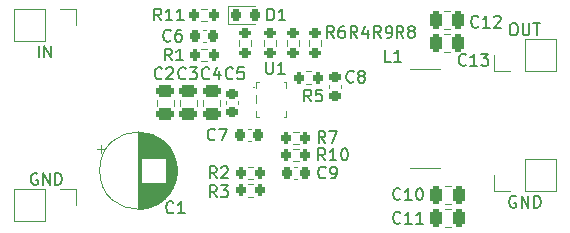
<source format=gto>
G04 #@! TF.GenerationSoftware,KiCad,Pcbnew,8.0.5*
G04 #@! TF.CreationDate,2024-10-13T03:13:11+02:00*
G04 #@! TF.ProjectId,DCDC_converter,44434443-5f63-46f6-9e76-65727465722e,rev?*
G04 #@! TF.SameCoordinates,Original*
G04 #@! TF.FileFunction,Legend,Top*
G04 #@! TF.FilePolarity,Positive*
%FSLAX46Y46*%
G04 Gerber Fmt 4.6, Leading zero omitted, Abs format (unit mm)*
G04 Created by KiCad (PCBNEW 8.0.5) date 2024-10-13 03:13:11*
%MOMM*%
%LPD*%
G01*
G04 APERTURE LIST*
G04 Aperture macros list*
%AMRoundRect*
0 Rectangle with rounded corners*
0 $1 Rounding radius*
0 $2 $3 $4 $5 $6 $7 $8 $9 X,Y pos of 4 corners*
0 Add a 4 corners polygon primitive as box body*
4,1,4,$2,$3,$4,$5,$6,$7,$8,$9,$2,$3,0*
0 Add four circle primitives for the rounded corners*
1,1,$1+$1,$2,$3*
1,1,$1+$1,$4,$5*
1,1,$1+$1,$6,$7*
1,1,$1+$1,$8,$9*
0 Add four rect primitives between the rounded corners*
20,1,$1+$1,$2,$3,$4,$5,0*
20,1,$1+$1,$4,$5,$6,$7,0*
20,1,$1+$1,$6,$7,$8,$9,0*
20,1,$1+$1,$8,$9,$2,$3,0*%
G04 Aperture macros list end*
%ADD10C,0.150000*%
%ADD11C,0.120000*%
%ADD12C,0.100000*%
%ADD13C,0.049999*%
%ADD14RoundRect,0.250000X0.250000X0.475000X-0.250000X0.475000X-0.250000X-0.475000X0.250000X-0.475000X0*%
%ADD15RoundRect,0.200000X-0.200000X-0.275000X0.200000X-0.275000X0.200000X0.275000X-0.200000X0.275000X0*%
%ADD16RoundRect,0.250000X-0.475000X0.250000X-0.475000X-0.250000X0.475000X-0.250000X0.475000X0.250000X0*%
%ADD17RoundRect,0.200000X-0.275000X0.200000X-0.275000X-0.200000X0.275000X-0.200000X0.275000X0.200000X0*%
%ADD18RoundRect,0.200000X0.275000X-0.200000X0.275000X0.200000X-0.275000X0.200000X-0.275000X-0.200000X0*%
%ADD19RoundRect,0.225000X0.225000X0.250000X-0.225000X0.250000X-0.225000X-0.250000X0.225000X-0.250000X0*%
%ADD20R,1.700000X1.700000*%
%ADD21O,1.700000X1.700000*%
%ADD22R,2.600000X8.200000*%
%ADD23RoundRect,0.200000X0.200000X0.275000X-0.200000X0.275000X-0.200000X-0.275000X0.200000X-0.275000X0*%
%ADD24R,1.600000X1.600000*%
%ADD25C,1.600000*%
%ADD26RoundRect,0.218750X-0.218750X-0.256250X0.218750X-0.256250X0.218750X0.256250X-0.218750X0.256250X0*%
%ADD27RoundRect,0.225000X0.250000X-0.225000X0.250000X0.225000X-0.250000X0.225000X-0.250000X-0.225000X0*%
%ADD28RoundRect,0.225000X-0.250000X0.225000X-0.250000X-0.225000X0.250000X-0.225000X0.250000X0.225000X0*%
%ADD29R,1.500000X0.300000*%
%ADD30R,0.250000X0.700000*%
%ADD31R,0.700000X0.300000*%
G04 APERTURE END LIST*
D10*
X90307142Y-55459580D02*
X90259523Y-55507200D01*
X90259523Y-55507200D02*
X90116666Y-55554819D01*
X90116666Y-55554819D02*
X90021428Y-55554819D01*
X90021428Y-55554819D02*
X89878571Y-55507200D01*
X89878571Y-55507200D02*
X89783333Y-55411961D01*
X89783333Y-55411961D02*
X89735714Y-55316723D01*
X89735714Y-55316723D02*
X89688095Y-55126247D01*
X89688095Y-55126247D02*
X89688095Y-54983390D01*
X89688095Y-54983390D02*
X89735714Y-54792914D01*
X89735714Y-54792914D02*
X89783333Y-54697676D01*
X89783333Y-54697676D02*
X89878571Y-54602438D01*
X89878571Y-54602438D02*
X90021428Y-54554819D01*
X90021428Y-54554819D02*
X90116666Y-54554819D01*
X90116666Y-54554819D02*
X90259523Y-54602438D01*
X90259523Y-54602438D02*
X90307142Y-54650057D01*
X91259523Y-55554819D02*
X90688095Y-55554819D01*
X90973809Y-55554819D02*
X90973809Y-54554819D01*
X90973809Y-54554819D02*
X90878571Y-54697676D01*
X90878571Y-54697676D02*
X90783333Y-54792914D01*
X90783333Y-54792914D02*
X90688095Y-54840533D01*
X91592857Y-54554819D02*
X92211904Y-54554819D01*
X92211904Y-54554819D02*
X91878571Y-54935771D01*
X91878571Y-54935771D02*
X92021428Y-54935771D01*
X92021428Y-54935771D02*
X92116666Y-54983390D01*
X92116666Y-54983390D02*
X92164285Y-55031009D01*
X92164285Y-55031009D02*
X92211904Y-55126247D01*
X92211904Y-55126247D02*
X92211904Y-55364342D01*
X92211904Y-55364342D02*
X92164285Y-55459580D01*
X92164285Y-55459580D02*
X92116666Y-55507200D01*
X92116666Y-55507200D02*
X92021428Y-55554819D01*
X92021428Y-55554819D02*
X91735714Y-55554819D01*
X91735714Y-55554819D02*
X91640476Y-55507200D01*
X91640476Y-55507200D02*
X91592857Y-55459580D01*
X64494642Y-51729819D02*
X64161309Y-51253628D01*
X63923214Y-51729819D02*
X63923214Y-50729819D01*
X63923214Y-50729819D02*
X64304166Y-50729819D01*
X64304166Y-50729819D02*
X64399404Y-50777438D01*
X64399404Y-50777438D02*
X64447023Y-50825057D01*
X64447023Y-50825057D02*
X64494642Y-50920295D01*
X64494642Y-50920295D02*
X64494642Y-51063152D01*
X64494642Y-51063152D02*
X64447023Y-51158390D01*
X64447023Y-51158390D02*
X64399404Y-51206009D01*
X64399404Y-51206009D02*
X64304166Y-51253628D01*
X64304166Y-51253628D02*
X63923214Y-51253628D01*
X65447023Y-51729819D02*
X64875595Y-51729819D01*
X65161309Y-51729819D02*
X65161309Y-50729819D01*
X65161309Y-50729819D02*
X65066071Y-50872676D01*
X65066071Y-50872676D02*
X64970833Y-50967914D01*
X64970833Y-50967914D02*
X64875595Y-51015533D01*
X66399404Y-51729819D02*
X65827976Y-51729819D01*
X66113690Y-51729819D02*
X66113690Y-50729819D01*
X66113690Y-50729819D02*
X66018452Y-50872676D01*
X66018452Y-50872676D02*
X65923214Y-50967914D01*
X65923214Y-50967914D02*
X65827976Y-51015533D01*
X68570833Y-56609580D02*
X68523214Y-56657200D01*
X68523214Y-56657200D02*
X68380357Y-56704819D01*
X68380357Y-56704819D02*
X68285119Y-56704819D01*
X68285119Y-56704819D02*
X68142262Y-56657200D01*
X68142262Y-56657200D02*
X68047024Y-56561961D01*
X68047024Y-56561961D02*
X67999405Y-56466723D01*
X67999405Y-56466723D02*
X67951786Y-56276247D01*
X67951786Y-56276247D02*
X67951786Y-56133390D01*
X67951786Y-56133390D02*
X67999405Y-55942914D01*
X67999405Y-55942914D02*
X68047024Y-55847676D01*
X68047024Y-55847676D02*
X68142262Y-55752438D01*
X68142262Y-55752438D02*
X68285119Y-55704819D01*
X68285119Y-55704819D02*
X68380357Y-55704819D01*
X68380357Y-55704819D02*
X68523214Y-55752438D01*
X68523214Y-55752438D02*
X68570833Y-55800057D01*
X69427976Y-56038152D02*
X69427976Y-56704819D01*
X69189881Y-55657200D02*
X68951786Y-56371485D01*
X68951786Y-56371485D02*
X69570833Y-56371485D01*
X84762142Y-68839580D02*
X84714523Y-68887200D01*
X84714523Y-68887200D02*
X84571666Y-68934819D01*
X84571666Y-68934819D02*
X84476428Y-68934819D01*
X84476428Y-68934819D02*
X84333571Y-68887200D01*
X84333571Y-68887200D02*
X84238333Y-68791961D01*
X84238333Y-68791961D02*
X84190714Y-68696723D01*
X84190714Y-68696723D02*
X84143095Y-68506247D01*
X84143095Y-68506247D02*
X84143095Y-68363390D01*
X84143095Y-68363390D02*
X84190714Y-68172914D01*
X84190714Y-68172914D02*
X84238333Y-68077676D01*
X84238333Y-68077676D02*
X84333571Y-67982438D01*
X84333571Y-67982438D02*
X84476428Y-67934819D01*
X84476428Y-67934819D02*
X84571666Y-67934819D01*
X84571666Y-67934819D02*
X84714523Y-67982438D01*
X84714523Y-67982438D02*
X84762142Y-68030057D01*
X85714523Y-68934819D02*
X85143095Y-68934819D01*
X85428809Y-68934819D02*
X85428809Y-67934819D01*
X85428809Y-67934819D02*
X85333571Y-68077676D01*
X85333571Y-68077676D02*
X85238333Y-68172914D01*
X85238333Y-68172914D02*
X85143095Y-68220533D01*
X86666904Y-68934819D02*
X86095476Y-68934819D01*
X86381190Y-68934819D02*
X86381190Y-67934819D01*
X86381190Y-67934819D02*
X86285952Y-68077676D01*
X86285952Y-68077676D02*
X86190714Y-68172914D01*
X86190714Y-68172914D02*
X86095476Y-68220533D01*
X85020833Y-53204819D02*
X84687500Y-52728628D01*
X84449405Y-53204819D02*
X84449405Y-52204819D01*
X84449405Y-52204819D02*
X84830357Y-52204819D01*
X84830357Y-52204819D02*
X84925595Y-52252438D01*
X84925595Y-52252438D02*
X84973214Y-52300057D01*
X84973214Y-52300057D02*
X85020833Y-52395295D01*
X85020833Y-52395295D02*
X85020833Y-52538152D01*
X85020833Y-52538152D02*
X84973214Y-52633390D01*
X84973214Y-52633390D02*
X84925595Y-52681009D01*
X84925595Y-52681009D02*
X84830357Y-52728628D01*
X84830357Y-52728628D02*
X84449405Y-52728628D01*
X85592262Y-52633390D02*
X85497024Y-52585771D01*
X85497024Y-52585771D02*
X85449405Y-52538152D01*
X85449405Y-52538152D02*
X85401786Y-52442914D01*
X85401786Y-52442914D02*
X85401786Y-52395295D01*
X85401786Y-52395295D02*
X85449405Y-52300057D01*
X85449405Y-52300057D02*
X85497024Y-52252438D01*
X85497024Y-52252438D02*
X85592262Y-52204819D01*
X85592262Y-52204819D02*
X85782738Y-52204819D01*
X85782738Y-52204819D02*
X85877976Y-52252438D01*
X85877976Y-52252438D02*
X85925595Y-52300057D01*
X85925595Y-52300057D02*
X85973214Y-52395295D01*
X85973214Y-52395295D02*
X85973214Y-52442914D01*
X85973214Y-52442914D02*
X85925595Y-52538152D01*
X85925595Y-52538152D02*
X85877976Y-52585771D01*
X85877976Y-52585771D02*
X85782738Y-52633390D01*
X85782738Y-52633390D02*
X85592262Y-52633390D01*
X85592262Y-52633390D02*
X85497024Y-52681009D01*
X85497024Y-52681009D02*
X85449405Y-52728628D01*
X85449405Y-52728628D02*
X85401786Y-52823866D01*
X85401786Y-52823866D02*
X85401786Y-53014342D01*
X85401786Y-53014342D02*
X85449405Y-53109580D01*
X85449405Y-53109580D02*
X85497024Y-53157200D01*
X85497024Y-53157200D02*
X85592262Y-53204819D01*
X85592262Y-53204819D02*
X85782738Y-53204819D01*
X85782738Y-53204819D02*
X85877976Y-53157200D01*
X85877976Y-53157200D02*
X85925595Y-53109580D01*
X85925595Y-53109580D02*
X85973214Y-53014342D01*
X85973214Y-53014342D02*
X85973214Y-52823866D01*
X85973214Y-52823866D02*
X85925595Y-52728628D01*
X85925595Y-52728628D02*
X85877976Y-52681009D01*
X85877976Y-52681009D02*
X85782738Y-52633390D01*
X81120833Y-53204819D02*
X80787500Y-52728628D01*
X80549405Y-53204819D02*
X80549405Y-52204819D01*
X80549405Y-52204819D02*
X80930357Y-52204819D01*
X80930357Y-52204819D02*
X81025595Y-52252438D01*
X81025595Y-52252438D02*
X81073214Y-52300057D01*
X81073214Y-52300057D02*
X81120833Y-52395295D01*
X81120833Y-52395295D02*
X81120833Y-52538152D01*
X81120833Y-52538152D02*
X81073214Y-52633390D01*
X81073214Y-52633390D02*
X81025595Y-52681009D01*
X81025595Y-52681009D02*
X80930357Y-52728628D01*
X80930357Y-52728628D02*
X80549405Y-52728628D01*
X81977976Y-52538152D02*
X81977976Y-53204819D01*
X81739881Y-52157200D02*
X81501786Y-52871485D01*
X81501786Y-52871485D02*
X82120833Y-52871485D01*
X65305833Y-53419580D02*
X65258214Y-53467200D01*
X65258214Y-53467200D02*
X65115357Y-53514819D01*
X65115357Y-53514819D02*
X65020119Y-53514819D01*
X65020119Y-53514819D02*
X64877262Y-53467200D01*
X64877262Y-53467200D02*
X64782024Y-53371961D01*
X64782024Y-53371961D02*
X64734405Y-53276723D01*
X64734405Y-53276723D02*
X64686786Y-53086247D01*
X64686786Y-53086247D02*
X64686786Y-52943390D01*
X64686786Y-52943390D02*
X64734405Y-52752914D01*
X64734405Y-52752914D02*
X64782024Y-52657676D01*
X64782024Y-52657676D02*
X64877262Y-52562438D01*
X64877262Y-52562438D02*
X65020119Y-52514819D01*
X65020119Y-52514819D02*
X65115357Y-52514819D01*
X65115357Y-52514819D02*
X65258214Y-52562438D01*
X65258214Y-52562438D02*
X65305833Y-52610057D01*
X66162976Y-52514819D02*
X65972500Y-52514819D01*
X65972500Y-52514819D02*
X65877262Y-52562438D01*
X65877262Y-52562438D02*
X65829643Y-52610057D01*
X65829643Y-52610057D02*
X65734405Y-52752914D01*
X65734405Y-52752914D02*
X65686786Y-52943390D01*
X65686786Y-52943390D02*
X65686786Y-53324342D01*
X65686786Y-53324342D02*
X65734405Y-53419580D01*
X65734405Y-53419580D02*
X65782024Y-53467200D01*
X65782024Y-53467200D02*
X65877262Y-53514819D01*
X65877262Y-53514819D02*
X66067738Y-53514819D01*
X66067738Y-53514819D02*
X66162976Y-53467200D01*
X66162976Y-53467200D02*
X66210595Y-53419580D01*
X66210595Y-53419580D02*
X66258214Y-53324342D01*
X66258214Y-53324342D02*
X66258214Y-53086247D01*
X66258214Y-53086247D02*
X66210595Y-52991009D01*
X66210595Y-52991009D02*
X66162976Y-52943390D01*
X66162976Y-52943390D02*
X66067738Y-52895771D01*
X66067738Y-52895771D02*
X65877262Y-52895771D01*
X65877262Y-52895771D02*
X65782024Y-52943390D01*
X65782024Y-52943390D02*
X65734405Y-52991009D01*
X65734405Y-52991009D02*
X65686786Y-53086247D01*
X69205833Y-65089819D02*
X68872500Y-64613628D01*
X68634405Y-65089819D02*
X68634405Y-64089819D01*
X68634405Y-64089819D02*
X69015357Y-64089819D01*
X69015357Y-64089819D02*
X69110595Y-64137438D01*
X69110595Y-64137438D02*
X69158214Y-64185057D01*
X69158214Y-64185057D02*
X69205833Y-64280295D01*
X69205833Y-64280295D02*
X69205833Y-64423152D01*
X69205833Y-64423152D02*
X69158214Y-64518390D01*
X69158214Y-64518390D02*
X69110595Y-64566009D01*
X69110595Y-64566009D02*
X69015357Y-64613628D01*
X69015357Y-64613628D02*
X68634405Y-64613628D01*
X69586786Y-64185057D02*
X69634405Y-64137438D01*
X69634405Y-64137438D02*
X69729643Y-64089819D01*
X69729643Y-64089819D02*
X69967738Y-64089819D01*
X69967738Y-64089819D02*
X70062976Y-64137438D01*
X70062976Y-64137438D02*
X70110595Y-64185057D01*
X70110595Y-64185057D02*
X70158214Y-64280295D01*
X70158214Y-64280295D02*
X70158214Y-64375533D01*
X70158214Y-64375533D02*
X70110595Y-64518390D01*
X70110595Y-64518390D02*
X69539167Y-65089819D01*
X69539167Y-65089819D02*
X70158214Y-65089819D01*
X65405833Y-55114819D02*
X65072500Y-54638628D01*
X64834405Y-55114819D02*
X64834405Y-54114819D01*
X64834405Y-54114819D02*
X65215357Y-54114819D01*
X65215357Y-54114819D02*
X65310595Y-54162438D01*
X65310595Y-54162438D02*
X65358214Y-54210057D01*
X65358214Y-54210057D02*
X65405833Y-54305295D01*
X65405833Y-54305295D02*
X65405833Y-54448152D01*
X65405833Y-54448152D02*
X65358214Y-54543390D01*
X65358214Y-54543390D02*
X65310595Y-54591009D01*
X65310595Y-54591009D02*
X65215357Y-54638628D01*
X65215357Y-54638628D02*
X64834405Y-54638628D01*
X66358214Y-55114819D02*
X65786786Y-55114819D01*
X66072500Y-55114819D02*
X66072500Y-54114819D01*
X66072500Y-54114819D02*
X65977262Y-54257676D01*
X65977262Y-54257676D02*
X65882024Y-54352914D01*
X65882024Y-54352914D02*
X65786786Y-54400533D01*
X94538095Y-66627438D02*
X94442857Y-66579819D01*
X94442857Y-66579819D02*
X94300000Y-66579819D01*
X94300000Y-66579819D02*
X94157143Y-66627438D01*
X94157143Y-66627438D02*
X94061905Y-66722676D01*
X94061905Y-66722676D02*
X94014286Y-66817914D01*
X94014286Y-66817914D02*
X93966667Y-67008390D01*
X93966667Y-67008390D02*
X93966667Y-67151247D01*
X93966667Y-67151247D02*
X94014286Y-67341723D01*
X94014286Y-67341723D02*
X94061905Y-67436961D01*
X94061905Y-67436961D02*
X94157143Y-67532200D01*
X94157143Y-67532200D02*
X94300000Y-67579819D01*
X94300000Y-67579819D02*
X94395238Y-67579819D01*
X94395238Y-67579819D02*
X94538095Y-67532200D01*
X94538095Y-67532200D02*
X94585714Y-67484580D01*
X94585714Y-67484580D02*
X94585714Y-67151247D01*
X94585714Y-67151247D02*
X94395238Y-67151247D01*
X95014286Y-67579819D02*
X95014286Y-66579819D01*
X95014286Y-66579819D02*
X95585714Y-67579819D01*
X95585714Y-67579819D02*
X95585714Y-66579819D01*
X96061905Y-67579819D02*
X96061905Y-66579819D01*
X96061905Y-66579819D02*
X96300000Y-66579819D01*
X96300000Y-66579819D02*
X96442857Y-66627438D01*
X96442857Y-66627438D02*
X96538095Y-66722676D01*
X96538095Y-66722676D02*
X96585714Y-66817914D01*
X96585714Y-66817914D02*
X96633333Y-67008390D01*
X96633333Y-67008390D02*
X96633333Y-67151247D01*
X96633333Y-67151247D02*
X96585714Y-67341723D01*
X96585714Y-67341723D02*
X96538095Y-67436961D01*
X96538095Y-67436961D02*
X96442857Y-67532200D01*
X96442857Y-67532200D02*
X96300000Y-67579819D01*
X96300000Y-67579819D02*
X96061905Y-67579819D01*
X94250000Y-51979819D02*
X94440476Y-51979819D01*
X94440476Y-51979819D02*
X94535714Y-52027438D01*
X94535714Y-52027438D02*
X94630952Y-52122676D01*
X94630952Y-52122676D02*
X94678571Y-52313152D01*
X94678571Y-52313152D02*
X94678571Y-52646485D01*
X94678571Y-52646485D02*
X94630952Y-52836961D01*
X94630952Y-52836961D02*
X94535714Y-52932200D01*
X94535714Y-52932200D02*
X94440476Y-52979819D01*
X94440476Y-52979819D02*
X94250000Y-52979819D01*
X94250000Y-52979819D02*
X94154762Y-52932200D01*
X94154762Y-52932200D02*
X94059524Y-52836961D01*
X94059524Y-52836961D02*
X94011905Y-52646485D01*
X94011905Y-52646485D02*
X94011905Y-52313152D01*
X94011905Y-52313152D02*
X94059524Y-52122676D01*
X94059524Y-52122676D02*
X94154762Y-52027438D01*
X94154762Y-52027438D02*
X94250000Y-51979819D01*
X95107143Y-51979819D02*
X95107143Y-52789342D01*
X95107143Y-52789342D02*
X95154762Y-52884580D01*
X95154762Y-52884580D02*
X95202381Y-52932200D01*
X95202381Y-52932200D02*
X95297619Y-52979819D01*
X95297619Y-52979819D02*
X95488095Y-52979819D01*
X95488095Y-52979819D02*
X95583333Y-52932200D01*
X95583333Y-52932200D02*
X95630952Y-52884580D01*
X95630952Y-52884580D02*
X95678571Y-52789342D01*
X95678571Y-52789342D02*
X95678571Y-51979819D01*
X96011905Y-51979819D02*
X96583333Y-51979819D01*
X96297619Y-52979819D02*
X96297619Y-51979819D01*
X83970833Y-55204819D02*
X83494643Y-55204819D01*
X83494643Y-55204819D02*
X83494643Y-54204819D01*
X84827976Y-55204819D02*
X84256548Y-55204819D01*
X84542262Y-55204819D02*
X84542262Y-54204819D01*
X84542262Y-54204819D02*
X84447024Y-54347676D01*
X84447024Y-54347676D02*
X84351786Y-54442914D01*
X84351786Y-54442914D02*
X84256548Y-54490533D01*
X78394642Y-63569819D02*
X78061309Y-63093628D01*
X77823214Y-63569819D02*
X77823214Y-62569819D01*
X77823214Y-62569819D02*
X78204166Y-62569819D01*
X78204166Y-62569819D02*
X78299404Y-62617438D01*
X78299404Y-62617438D02*
X78347023Y-62665057D01*
X78347023Y-62665057D02*
X78394642Y-62760295D01*
X78394642Y-62760295D02*
X78394642Y-62903152D01*
X78394642Y-62903152D02*
X78347023Y-62998390D01*
X78347023Y-62998390D02*
X78299404Y-63046009D01*
X78299404Y-63046009D02*
X78204166Y-63093628D01*
X78204166Y-63093628D02*
X77823214Y-63093628D01*
X79347023Y-63569819D02*
X78775595Y-63569819D01*
X79061309Y-63569819D02*
X79061309Y-62569819D01*
X79061309Y-62569819D02*
X78966071Y-62712676D01*
X78966071Y-62712676D02*
X78870833Y-62807914D01*
X78870833Y-62807914D02*
X78775595Y-62855533D01*
X79966071Y-62569819D02*
X80061309Y-62569819D01*
X80061309Y-62569819D02*
X80156547Y-62617438D01*
X80156547Y-62617438D02*
X80204166Y-62665057D01*
X80204166Y-62665057D02*
X80251785Y-62760295D01*
X80251785Y-62760295D02*
X80299404Y-62950771D01*
X80299404Y-62950771D02*
X80299404Y-63188866D01*
X80299404Y-63188866D02*
X80251785Y-63379342D01*
X80251785Y-63379342D02*
X80204166Y-63474580D01*
X80204166Y-63474580D02*
X80156547Y-63522200D01*
X80156547Y-63522200D02*
X80061309Y-63569819D01*
X80061309Y-63569819D02*
X79966071Y-63569819D01*
X79966071Y-63569819D02*
X79870833Y-63522200D01*
X79870833Y-63522200D02*
X79823214Y-63474580D01*
X79823214Y-63474580D02*
X79775595Y-63379342D01*
X79775595Y-63379342D02*
X79727976Y-63188866D01*
X79727976Y-63188866D02*
X79727976Y-62950771D01*
X79727976Y-62950771D02*
X79775595Y-62760295D01*
X79775595Y-62760295D02*
X79823214Y-62665057D01*
X79823214Y-62665057D02*
X79870833Y-62617438D01*
X79870833Y-62617438D02*
X79966071Y-62569819D01*
X65533333Y-67959580D02*
X65485714Y-68007200D01*
X65485714Y-68007200D02*
X65342857Y-68054819D01*
X65342857Y-68054819D02*
X65247619Y-68054819D01*
X65247619Y-68054819D02*
X65104762Y-68007200D01*
X65104762Y-68007200D02*
X65009524Y-67911961D01*
X65009524Y-67911961D02*
X64961905Y-67816723D01*
X64961905Y-67816723D02*
X64914286Y-67626247D01*
X64914286Y-67626247D02*
X64914286Y-67483390D01*
X64914286Y-67483390D02*
X64961905Y-67292914D01*
X64961905Y-67292914D02*
X65009524Y-67197676D01*
X65009524Y-67197676D02*
X65104762Y-67102438D01*
X65104762Y-67102438D02*
X65247619Y-67054819D01*
X65247619Y-67054819D02*
X65342857Y-67054819D01*
X65342857Y-67054819D02*
X65485714Y-67102438D01*
X65485714Y-67102438D02*
X65533333Y-67150057D01*
X66485714Y-68054819D02*
X65914286Y-68054819D01*
X66200000Y-68054819D02*
X66200000Y-67054819D01*
X66200000Y-67054819D02*
X66104762Y-67197676D01*
X66104762Y-67197676D02*
X66009524Y-67292914D01*
X66009524Y-67292914D02*
X65914286Y-67340533D01*
X73499405Y-51729819D02*
X73499405Y-50729819D01*
X73499405Y-50729819D02*
X73737500Y-50729819D01*
X73737500Y-50729819D02*
X73880357Y-50777438D01*
X73880357Y-50777438D02*
X73975595Y-50872676D01*
X73975595Y-50872676D02*
X74023214Y-50967914D01*
X74023214Y-50967914D02*
X74070833Y-51158390D01*
X74070833Y-51158390D02*
X74070833Y-51301247D01*
X74070833Y-51301247D02*
X74023214Y-51491723D01*
X74023214Y-51491723D02*
X73975595Y-51586961D01*
X73975595Y-51586961D02*
X73880357Y-51682200D01*
X73880357Y-51682200D02*
X73737500Y-51729819D01*
X73737500Y-51729819D02*
X73499405Y-51729819D01*
X75023214Y-51729819D02*
X74451786Y-51729819D01*
X74737500Y-51729819D02*
X74737500Y-50729819D01*
X74737500Y-50729819D02*
X74642262Y-50872676D01*
X74642262Y-50872676D02*
X74547024Y-50967914D01*
X74547024Y-50967914D02*
X74451786Y-51015533D01*
X80805833Y-56894580D02*
X80758214Y-56942200D01*
X80758214Y-56942200D02*
X80615357Y-56989819D01*
X80615357Y-56989819D02*
X80520119Y-56989819D01*
X80520119Y-56989819D02*
X80377262Y-56942200D01*
X80377262Y-56942200D02*
X80282024Y-56846961D01*
X80282024Y-56846961D02*
X80234405Y-56751723D01*
X80234405Y-56751723D02*
X80186786Y-56561247D01*
X80186786Y-56561247D02*
X80186786Y-56418390D01*
X80186786Y-56418390D02*
X80234405Y-56227914D01*
X80234405Y-56227914D02*
X80282024Y-56132676D01*
X80282024Y-56132676D02*
X80377262Y-56037438D01*
X80377262Y-56037438D02*
X80520119Y-55989819D01*
X80520119Y-55989819D02*
X80615357Y-55989819D01*
X80615357Y-55989819D02*
X80758214Y-56037438D01*
X80758214Y-56037438D02*
X80805833Y-56085057D01*
X81377262Y-56418390D02*
X81282024Y-56370771D01*
X81282024Y-56370771D02*
X81234405Y-56323152D01*
X81234405Y-56323152D02*
X81186786Y-56227914D01*
X81186786Y-56227914D02*
X81186786Y-56180295D01*
X81186786Y-56180295D02*
X81234405Y-56085057D01*
X81234405Y-56085057D02*
X81282024Y-56037438D01*
X81282024Y-56037438D02*
X81377262Y-55989819D01*
X81377262Y-55989819D02*
X81567738Y-55989819D01*
X81567738Y-55989819D02*
X81662976Y-56037438D01*
X81662976Y-56037438D02*
X81710595Y-56085057D01*
X81710595Y-56085057D02*
X81758214Y-56180295D01*
X81758214Y-56180295D02*
X81758214Y-56227914D01*
X81758214Y-56227914D02*
X81710595Y-56323152D01*
X81710595Y-56323152D02*
X81662976Y-56370771D01*
X81662976Y-56370771D02*
X81567738Y-56418390D01*
X81567738Y-56418390D02*
X81377262Y-56418390D01*
X81377262Y-56418390D02*
X81282024Y-56466009D01*
X81282024Y-56466009D02*
X81234405Y-56513628D01*
X81234405Y-56513628D02*
X81186786Y-56608866D01*
X81186786Y-56608866D02*
X81186786Y-56799342D01*
X81186786Y-56799342D02*
X81234405Y-56894580D01*
X81234405Y-56894580D02*
X81282024Y-56942200D01*
X81282024Y-56942200D02*
X81377262Y-56989819D01*
X81377262Y-56989819D02*
X81567738Y-56989819D01*
X81567738Y-56989819D02*
X81662976Y-56942200D01*
X81662976Y-56942200D02*
X81710595Y-56894580D01*
X81710595Y-56894580D02*
X81758214Y-56799342D01*
X81758214Y-56799342D02*
X81758214Y-56608866D01*
X81758214Y-56608866D02*
X81710595Y-56513628D01*
X81710595Y-56513628D02*
X81662976Y-56466009D01*
X81662976Y-56466009D02*
X81567738Y-56418390D01*
X54013095Y-64702438D02*
X53917857Y-64654819D01*
X53917857Y-64654819D02*
X53775000Y-64654819D01*
X53775000Y-64654819D02*
X53632143Y-64702438D01*
X53632143Y-64702438D02*
X53536905Y-64797676D01*
X53536905Y-64797676D02*
X53489286Y-64892914D01*
X53489286Y-64892914D02*
X53441667Y-65083390D01*
X53441667Y-65083390D02*
X53441667Y-65226247D01*
X53441667Y-65226247D02*
X53489286Y-65416723D01*
X53489286Y-65416723D02*
X53536905Y-65511961D01*
X53536905Y-65511961D02*
X53632143Y-65607200D01*
X53632143Y-65607200D02*
X53775000Y-65654819D01*
X53775000Y-65654819D02*
X53870238Y-65654819D01*
X53870238Y-65654819D02*
X54013095Y-65607200D01*
X54013095Y-65607200D02*
X54060714Y-65559580D01*
X54060714Y-65559580D02*
X54060714Y-65226247D01*
X54060714Y-65226247D02*
X53870238Y-65226247D01*
X54489286Y-65654819D02*
X54489286Y-64654819D01*
X54489286Y-64654819D02*
X55060714Y-65654819D01*
X55060714Y-65654819D02*
X55060714Y-64654819D01*
X55536905Y-65654819D02*
X55536905Y-64654819D01*
X55536905Y-64654819D02*
X55775000Y-64654819D01*
X55775000Y-64654819D02*
X55917857Y-64702438D01*
X55917857Y-64702438D02*
X56013095Y-64797676D01*
X56013095Y-64797676D02*
X56060714Y-64892914D01*
X56060714Y-64892914D02*
X56108333Y-65083390D01*
X56108333Y-65083390D02*
X56108333Y-65226247D01*
X56108333Y-65226247D02*
X56060714Y-65416723D01*
X56060714Y-65416723D02*
X56013095Y-65511961D01*
X56013095Y-65511961D02*
X55917857Y-65607200D01*
X55917857Y-65607200D02*
X55775000Y-65654819D01*
X55775000Y-65654819D02*
X55536905Y-65654819D01*
X69205833Y-66689819D02*
X68872500Y-66213628D01*
X68634405Y-66689819D02*
X68634405Y-65689819D01*
X68634405Y-65689819D02*
X69015357Y-65689819D01*
X69015357Y-65689819D02*
X69110595Y-65737438D01*
X69110595Y-65737438D02*
X69158214Y-65785057D01*
X69158214Y-65785057D02*
X69205833Y-65880295D01*
X69205833Y-65880295D02*
X69205833Y-66023152D01*
X69205833Y-66023152D02*
X69158214Y-66118390D01*
X69158214Y-66118390D02*
X69110595Y-66166009D01*
X69110595Y-66166009D02*
X69015357Y-66213628D01*
X69015357Y-66213628D02*
X68634405Y-66213628D01*
X69539167Y-65689819D02*
X70158214Y-65689819D01*
X70158214Y-65689819D02*
X69824881Y-66070771D01*
X69824881Y-66070771D02*
X69967738Y-66070771D01*
X69967738Y-66070771D02*
X70062976Y-66118390D01*
X70062976Y-66118390D02*
X70110595Y-66166009D01*
X70110595Y-66166009D02*
X70158214Y-66261247D01*
X70158214Y-66261247D02*
X70158214Y-66499342D01*
X70158214Y-66499342D02*
X70110595Y-66594580D01*
X70110595Y-66594580D02*
X70062976Y-66642200D01*
X70062976Y-66642200D02*
X69967738Y-66689819D01*
X69967738Y-66689819D02*
X69682024Y-66689819D01*
X69682024Y-66689819D02*
X69586786Y-66642200D01*
X69586786Y-66642200D02*
X69539167Y-66594580D01*
X78405833Y-62089819D02*
X78072500Y-61613628D01*
X77834405Y-62089819D02*
X77834405Y-61089819D01*
X77834405Y-61089819D02*
X78215357Y-61089819D01*
X78215357Y-61089819D02*
X78310595Y-61137438D01*
X78310595Y-61137438D02*
X78358214Y-61185057D01*
X78358214Y-61185057D02*
X78405833Y-61280295D01*
X78405833Y-61280295D02*
X78405833Y-61423152D01*
X78405833Y-61423152D02*
X78358214Y-61518390D01*
X78358214Y-61518390D02*
X78310595Y-61566009D01*
X78310595Y-61566009D02*
X78215357Y-61613628D01*
X78215357Y-61613628D02*
X77834405Y-61613628D01*
X78739167Y-61089819D02*
X79405833Y-61089819D01*
X79405833Y-61089819D02*
X78977262Y-62089819D01*
X79120833Y-53204819D02*
X78787500Y-52728628D01*
X78549405Y-53204819D02*
X78549405Y-52204819D01*
X78549405Y-52204819D02*
X78930357Y-52204819D01*
X78930357Y-52204819D02*
X79025595Y-52252438D01*
X79025595Y-52252438D02*
X79073214Y-52300057D01*
X79073214Y-52300057D02*
X79120833Y-52395295D01*
X79120833Y-52395295D02*
X79120833Y-52538152D01*
X79120833Y-52538152D02*
X79073214Y-52633390D01*
X79073214Y-52633390D02*
X79025595Y-52681009D01*
X79025595Y-52681009D02*
X78930357Y-52728628D01*
X78930357Y-52728628D02*
X78549405Y-52728628D01*
X79977976Y-52204819D02*
X79787500Y-52204819D01*
X79787500Y-52204819D02*
X79692262Y-52252438D01*
X79692262Y-52252438D02*
X79644643Y-52300057D01*
X79644643Y-52300057D02*
X79549405Y-52442914D01*
X79549405Y-52442914D02*
X79501786Y-52633390D01*
X79501786Y-52633390D02*
X79501786Y-53014342D01*
X79501786Y-53014342D02*
X79549405Y-53109580D01*
X79549405Y-53109580D02*
X79597024Y-53157200D01*
X79597024Y-53157200D02*
X79692262Y-53204819D01*
X79692262Y-53204819D02*
X79882738Y-53204819D01*
X79882738Y-53204819D02*
X79977976Y-53157200D01*
X79977976Y-53157200D02*
X80025595Y-53109580D01*
X80025595Y-53109580D02*
X80073214Y-53014342D01*
X80073214Y-53014342D02*
X80073214Y-52776247D01*
X80073214Y-52776247D02*
X80025595Y-52681009D01*
X80025595Y-52681009D02*
X79977976Y-52633390D01*
X79977976Y-52633390D02*
X79882738Y-52585771D01*
X79882738Y-52585771D02*
X79692262Y-52585771D01*
X79692262Y-52585771D02*
X79597024Y-52633390D01*
X79597024Y-52633390D02*
X79549405Y-52681009D01*
X79549405Y-52681009D02*
X79501786Y-52776247D01*
X78420833Y-65009580D02*
X78373214Y-65057200D01*
X78373214Y-65057200D02*
X78230357Y-65104819D01*
X78230357Y-65104819D02*
X78135119Y-65104819D01*
X78135119Y-65104819D02*
X77992262Y-65057200D01*
X77992262Y-65057200D02*
X77897024Y-64961961D01*
X77897024Y-64961961D02*
X77849405Y-64866723D01*
X77849405Y-64866723D02*
X77801786Y-64676247D01*
X77801786Y-64676247D02*
X77801786Y-64533390D01*
X77801786Y-64533390D02*
X77849405Y-64342914D01*
X77849405Y-64342914D02*
X77897024Y-64247676D01*
X77897024Y-64247676D02*
X77992262Y-64152438D01*
X77992262Y-64152438D02*
X78135119Y-64104819D01*
X78135119Y-64104819D02*
X78230357Y-64104819D01*
X78230357Y-64104819D02*
X78373214Y-64152438D01*
X78373214Y-64152438D02*
X78420833Y-64200057D01*
X78897024Y-65104819D02*
X79087500Y-65104819D01*
X79087500Y-65104819D02*
X79182738Y-65057200D01*
X79182738Y-65057200D02*
X79230357Y-65009580D01*
X79230357Y-65009580D02*
X79325595Y-64866723D01*
X79325595Y-64866723D02*
X79373214Y-64676247D01*
X79373214Y-64676247D02*
X79373214Y-64295295D01*
X79373214Y-64295295D02*
X79325595Y-64200057D01*
X79325595Y-64200057D02*
X79277976Y-64152438D01*
X79277976Y-64152438D02*
X79182738Y-64104819D01*
X79182738Y-64104819D02*
X78992262Y-64104819D01*
X78992262Y-64104819D02*
X78897024Y-64152438D01*
X78897024Y-64152438D02*
X78849405Y-64200057D01*
X78849405Y-64200057D02*
X78801786Y-64295295D01*
X78801786Y-64295295D02*
X78801786Y-64533390D01*
X78801786Y-64533390D02*
X78849405Y-64628628D01*
X78849405Y-64628628D02*
X78897024Y-64676247D01*
X78897024Y-64676247D02*
X78992262Y-64723866D01*
X78992262Y-64723866D02*
X79182738Y-64723866D01*
X79182738Y-64723866D02*
X79277976Y-64676247D01*
X79277976Y-64676247D02*
X79325595Y-64628628D01*
X79325595Y-64628628D02*
X79373214Y-64533390D01*
X66570833Y-56609580D02*
X66523214Y-56657200D01*
X66523214Y-56657200D02*
X66380357Y-56704819D01*
X66380357Y-56704819D02*
X66285119Y-56704819D01*
X66285119Y-56704819D02*
X66142262Y-56657200D01*
X66142262Y-56657200D02*
X66047024Y-56561961D01*
X66047024Y-56561961D02*
X65999405Y-56466723D01*
X65999405Y-56466723D02*
X65951786Y-56276247D01*
X65951786Y-56276247D02*
X65951786Y-56133390D01*
X65951786Y-56133390D02*
X65999405Y-55942914D01*
X65999405Y-55942914D02*
X66047024Y-55847676D01*
X66047024Y-55847676D02*
X66142262Y-55752438D01*
X66142262Y-55752438D02*
X66285119Y-55704819D01*
X66285119Y-55704819D02*
X66380357Y-55704819D01*
X66380357Y-55704819D02*
X66523214Y-55752438D01*
X66523214Y-55752438D02*
X66570833Y-55800057D01*
X66904167Y-55704819D02*
X67523214Y-55704819D01*
X67523214Y-55704819D02*
X67189881Y-56085771D01*
X67189881Y-56085771D02*
X67332738Y-56085771D01*
X67332738Y-56085771D02*
X67427976Y-56133390D01*
X67427976Y-56133390D02*
X67475595Y-56181009D01*
X67475595Y-56181009D02*
X67523214Y-56276247D01*
X67523214Y-56276247D02*
X67523214Y-56514342D01*
X67523214Y-56514342D02*
X67475595Y-56609580D01*
X67475595Y-56609580D02*
X67427976Y-56657200D01*
X67427976Y-56657200D02*
X67332738Y-56704819D01*
X67332738Y-56704819D02*
X67047024Y-56704819D01*
X67047024Y-56704819D02*
X66951786Y-56657200D01*
X66951786Y-56657200D02*
X66904167Y-56609580D01*
X54126191Y-54854819D02*
X54126191Y-53854819D01*
X54602381Y-54854819D02*
X54602381Y-53854819D01*
X54602381Y-53854819D02*
X55173809Y-54854819D01*
X55173809Y-54854819D02*
X55173809Y-53854819D01*
X84762142Y-66839580D02*
X84714523Y-66887200D01*
X84714523Y-66887200D02*
X84571666Y-66934819D01*
X84571666Y-66934819D02*
X84476428Y-66934819D01*
X84476428Y-66934819D02*
X84333571Y-66887200D01*
X84333571Y-66887200D02*
X84238333Y-66791961D01*
X84238333Y-66791961D02*
X84190714Y-66696723D01*
X84190714Y-66696723D02*
X84143095Y-66506247D01*
X84143095Y-66506247D02*
X84143095Y-66363390D01*
X84143095Y-66363390D02*
X84190714Y-66172914D01*
X84190714Y-66172914D02*
X84238333Y-66077676D01*
X84238333Y-66077676D02*
X84333571Y-65982438D01*
X84333571Y-65982438D02*
X84476428Y-65934819D01*
X84476428Y-65934819D02*
X84571666Y-65934819D01*
X84571666Y-65934819D02*
X84714523Y-65982438D01*
X84714523Y-65982438D02*
X84762142Y-66030057D01*
X85714523Y-66934819D02*
X85143095Y-66934819D01*
X85428809Y-66934819D02*
X85428809Y-65934819D01*
X85428809Y-65934819D02*
X85333571Y-66077676D01*
X85333571Y-66077676D02*
X85238333Y-66172914D01*
X85238333Y-66172914D02*
X85143095Y-66220533D01*
X86333571Y-65934819D02*
X86428809Y-65934819D01*
X86428809Y-65934819D02*
X86524047Y-65982438D01*
X86524047Y-65982438D02*
X86571666Y-66030057D01*
X86571666Y-66030057D02*
X86619285Y-66125295D01*
X86619285Y-66125295D02*
X86666904Y-66315771D01*
X86666904Y-66315771D02*
X86666904Y-66553866D01*
X86666904Y-66553866D02*
X86619285Y-66744342D01*
X86619285Y-66744342D02*
X86571666Y-66839580D01*
X86571666Y-66839580D02*
X86524047Y-66887200D01*
X86524047Y-66887200D02*
X86428809Y-66934819D01*
X86428809Y-66934819D02*
X86333571Y-66934819D01*
X86333571Y-66934819D02*
X86238333Y-66887200D01*
X86238333Y-66887200D02*
X86190714Y-66839580D01*
X86190714Y-66839580D02*
X86143095Y-66744342D01*
X86143095Y-66744342D02*
X86095476Y-66553866D01*
X86095476Y-66553866D02*
X86095476Y-66315771D01*
X86095476Y-66315771D02*
X86143095Y-66125295D01*
X86143095Y-66125295D02*
X86190714Y-66030057D01*
X86190714Y-66030057D02*
X86238333Y-65982438D01*
X86238333Y-65982438D02*
X86333571Y-65934819D01*
X91357142Y-52234580D02*
X91309523Y-52282200D01*
X91309523Y-52282200D02*
X91166666Y-52329819D01*
X91166666Y-52329819D02*
X91071428Y-52329819D01*
X91071428Y-52329819D02*
X90928571Y-52282200D01*
X90928571Y-52282200D02*
X90833333Y-52186961D01*
X90833333Y-52186961D02*
X90785714Y-52091723D01*
X90785714Y-52091723D02*
X90738095Y-51901247D01*
X90738095Y-51901247D02*
X90738095Y-51758390D01*
X90738095Y-51758390D02*
X90785714Y-51567914D01*
X90785714Y-51567914D02*
X90833333Y-51472676D01*
X90833333Y-51472676D02*
X90928571Y-51377438D01*
X90928571Y-51377438D02*
X91071428Y-51329819D01*
X91071428Y-51329819D02*
X91166666Y-51329819D01*
X91166666Y-51329819D02*
X91309523Y-51377438D01*
X91309523Y-51377438D02*
X91357142Y-51425057D01*
X92309523Y-52329819D02*
X91738095Y-52329819D01*
X92023809Y-52329819D02*
X92023809Y-51329819D01*
X92023809Y-51329819D02*
X91928571Y-51472676D01*
X91928571Y-51472676D02*
X91833333Y-51567914D01*
X91833333Y-51567914D02*
X91738095Y-51615533D01*
X92690476Y-51425057D02*
X92738095Y-51377438D01*
X92738095Y-51377438D02*
X92833333Y-51329819D01*
X92833333Y-51329819D02*
X93071428Y-51329819D01*
X93071428Y-51329819D02*
X93166666Y-51377438D01*
X93166666Y-51377438D02*
X93214285Y-51425057D01*
X93214285Y-51425057D02*
X93261904Y-51520295D01*
X93261904Y-51520295D02*
X93261904Y-51615533D01*
X93261904Y-51615533D02*
X93214285Y-51758390D01*
X93214285Y-51758390D02*
X92642857Y-52329819D01*
X92642857Y-52329819D02*
X93261904Y-52329819D01*
X70570833Y-56609580D02*
X70523214Y-56657200D01*
X70523214Y-56657200D02*
X70380357Y-56704819D01*
X70380357Y-56704819D02*
X70285119Y-56704819D01*
X70285119Y-56704819D02*
X70142262Y-56657200D01*
X70142262Y-56657200D02*
X70047024Y-56561961D01*
X70047024Y-56561961D02*
X69999405Y-56466723D01*
X69999405Y-56466723D02*
X69951786Y-56276247D01*
X69951786Y-56276247D02*
X69951786Y-56133390D01*
X69951786Y-56133390D02*
X69999405Y-55942914D01*
X69999405Y-55942914D02*
X70047024Y-55847676D01*
X70047024Y-55847676D02*
X70142262Y-55752438D01*
X70142262Y-55752438D02*
X70285119Y-55704819D01*
X70285119Y-55704819D02*
X70380357Y-55704819D01*
X70380357Y-55704819D02*
X70523214Y-55752438D01*
X70523214Y-55752438D02*
X70570833Y-55800057D01*
X71475595Y-55704819D02*
X70999405Y-55704819D01*
X70999405Y-55704819D02*
X70951786Y-56181009D01*
X70951786Y-56181009D02*
X70999405Y-56133390D01*
X70999405Y-56133390D02*
X71094643Y-56085771D01*
X71094643Y-56085771D02*
X71332738Y-56085771D01*
X71332738Y-56085771D02*
X71427976Y-56133390D01*
X71427976Y-56133390D02*
X71475595Y-56181009D01*
X71475595Y-56181009D02*
X71523214Y-56276247D01*
X71523214Y-56276247D02*
X71523214Y-56514342D01*
X71523214Y-56514342D02*
X71475595Y-56609580D01*
X71475595Y-56609580D02*
X71427976Y-56657200D01*
X71427976Y-56657200D02*
X71332738Y-56704819D01*
X71332738Y-56704819D02*
X71094643Y-56704819D01*
X71094643Y-56704819D02*
X70999405Y-56657200D01*
X70999405Y-56657200D02*
X70951786Y-56609580D01*
X64570833Y-56609580D02*
X64523214Y-56657200D01*
X64523214Y-56657200D02*
X64380357Y-56704819D01*
X64380357Y-56704819D02*
X64285119Y-56704819D01*
X64285119Y-56704819D02*
X64142262Y-56657200D01*
X64142262Y-56657200D02*
X64047024Y-56561961D01*
X64047024Y-56561961D02*
X63999405Y-56466723D01*
X63999405Y-56466723D02*
X63951786Y-56276247D01*
X63951786Y-56276247D02*
X63951786Y-56133390D01*
X63951786Y-56133390D02*
X63999405Y-55942914D01*
X63999405Y-55942914D02*
X64047024Y-55847676D01*
X64047024Y-55847676D02*
X64142262Y-55752438D01*
X64142262Y-55752438D02*
X64285119Y-55704819D01*
X64285119Y-55704819D02*
X64380357Y-55704819D01*
X64380357Y-55704819D02*
X64523214Y-55752438D01*
X64523214Y-55752438D02*
X64570833Y-55800057D01*
X64951786Y-55800057D02*
X64999405Y-55752438D01*
X64999405Y-55752438D02*
X65094643Y-55704819D01*
X65094643Y-55704819D02*
X65332738Y-55704819D01*
X65332738Y-55704819D02*
X65427976Y-55752438D01*
X65427976Y-55752438D02*
X65475595Y-55800057D01*
X65475595Y-55800057D02*
X65523214Y-55895295D01*
X65523214Y-55895295D02*
X65523214Y-55990533D01*
X65523214Y-55990533D02*
X65475595Y-56133390D01*
X65475595Y-56133390D02*
X64904167Y-56704819D01*
X64904167Y-56704819D02*
X65523214Y-56704819D01*
X77205833Y-58589819D02*
X76872500Y-58113628D01*
X76634405Y-58589819D02*
X76634405Y-57589819D01*
X76634405Y-57589819D02*
X77015357Y-57589819D01*
X77015357Y-57589819D02*
X77110595Y-57637438D01*
X77110595Y-57637438D02*
X77158214Y-57685057D01*
X77158214Y-57685057D02*
X77205833Y-57780295D01*
X77205833Y-57780295D02*
X77205833Y-57923152D01*
X77205833Y-57923152D02*
X77158214Y-58018390D01*
X77158214Y-58018390D02*
X77110595Y-58066009D01*
X77110595Y-58066009D02*
X77015357Y-58113628D01*
X77015357Y-58113628D02*
X76634405Y-58113628D01*
X78110595Y-57589819D02*
X77634405Y-57589819D01*
X77634405Y-57589819D02*
X77586786Y-58066009D01*
X77586786Y-58066009D02*
X77634405Y-58018390D01*
X77634405Y-58018390D02*
X77729643Y-57970771D01*
X77729643Y-57970771D02*
X77967738Y-57970771D01*
X77967738Y-57970771D02*
X78062976Y-58018390D01*
X78062976Y-58018390D02*
X78110595Y-58066009D01*
X78110595Y-58066009D02*
X78158214Y-58161247D01*
X78158214Y-58161247D02*
X78158214Y-58399342D01*
X78158214Y-58399342D02*
X78110595Y-58494580D01*
X78110595Y-58494580D02*
X78062976Y-58542200D01*
X78062976Y-58542200D02*
X77967738Y-58589819D01*
X77967738Y-58589819D02*
X77729643Y-58589819D01*
X77729643Y-58589819D02*
X77634405Y-58542200D01*
X77634405Y-58542200D02*
X77586786Y-58494580D01*
X73388095Y-55254819D02*
X73388095Y-56064342D01*
X73388095Y-56064342D02*
X73435714Y-56159580D01*
X73435714Y-56159580D02*
X73483333Y-56207200D01*
X73483333Y-56207200D02*
X73578571Y-56254819D01*
X73578571Y-56254819D02*
X73769047Y-56254819D01*
X73769047Y-56254819D02*
X73864285Y-56207200D01*
X73864285Y-56207200D02*
X73911904Y-56159580D01*
X73911904Y-56159580D02*
X73959523Y-56064342D01*
X73959523Y-56064342D02*
X73959523Y-55254819D01*
X74959523Y-56254819D02*
X74388095Y-56254819D01*
X74673809Y-56254819D02*
X74673809Y-55254819D01*
X74673809Y-55254819D02*
X74578571Y-55397676D01*
X74578571Y-55397676D02*
X74483333Y-55492914D01*
X74483333Y-55492914D02*
X74388095Y-55540533D01*
X69065833Y-61794580D02*
X69018214Y-61842200D01*
X69018214Y-61842200D02*
X68875357Y-61889819D01*
X68875357Y-61889819D02*
X68780119Y-61889819D01*
X68780119Y-61889819D02*
X68637262Y-61842200D01*
X68637262Y-61842200D02*
X68542024Y-61746961D01*
X68542024Y-61746961D02*
X68494405Y-61651723D01*
X68494405Y-61651723D02*
X68446786Y-61461247D01*
X68446786Y-61461247D02*
X68446786Y-61318390D01*
X68446786Y-61318390D02*
X68494405Y-61127914D01*
X68494405Y-61127914D02*
X68542024Y-61032676D01*
X68542024Y-61032676D02*
X68637262Y-60937438D01*
X68637262Y-60937438D02*
X68780119Y-60889819D01*
X68780119Y-60889819D02*
X68875357Y-60889819D01*
X68875357Y-60889819D02*
X69018214Y-60937438D01*
X69018214Y-60937438D02*
X69065833Y-60985057D01*
X69399167Y-60889819D02*
X70065833Y-60889819D01*
X70065833Y-60889819D02*
X69637262Y-61889819D01*
X83120833Y-53204819D02*
X82787500Y-52728628D01*
X82549405Y-53204819D02*
X82549405Y-52204819D01*
X82549405Y-52204819D02*
X82930357Y-52204819D01*
X82930357Y-52204819D02*
X83025595Y-52252438D01*
X83025595Y-52252438D02*
X83073214Y-52300057D01*
X83073214Y-52300057D02*
X83120833Y-52395295D01*
X83120833Y-52395295D02*
X83120833Y-52538152D01*
X83120833Y-52538152D02*
X83073214Y-52633390D01*
X83073214Y-52633390D02*
X83025595Y-52681009D01*
X83025595Y-52681009D02*
X82930357Y-52728628D01*
X82930357Y-52728628D02*
X82549405Y-52728628D01*
X83597024Y-53204819D02*
X83787500Y-53204819D01*
X83787500Y-53204819D02*
X83882738Y-53157200D01*
X83882738Y-53157200D02*
X83930357Y-53109580D01*
X83930357Y-53109580D02*
X84025595Y-52966723D01*
X84025595Y-52966723D02*
X84073214Y-52776247D01*
X84073214Y-52776247D02*
X84073214Y-52395295D01*
X84073214Y-52395295D02*
X84025595Y-52300057D01*
X84025595Y-52300057D02*
X83977976Y-52252438D01*
X83977976Y-52252438D02*
X83882738Y-52204819D01*
X83882738Y-52204819D02*
X83692262Y-52204819D01*
X83692262Y-52204819D02*
X83597024Y-52252438D01*
X83597024Y-52252438D02*
X83549405Y-52300057D01*
X83549405Y-52300057D02*
X83501786Y-52395295D01*
X83501786Y-52395295D02*
X83501786Y-52633390D01*
X83501786Y-52633390D02*
X83549405Y-52728628D01*
X83549405Y-52728628D02*
X83597024Y-52776247D01*
X83597024Y-52776247D02*
X83692262Y-52823866D01*
X83692262Y-52823866D02*
X83882738Y-52823866D01*
X83882738Y-52823866D02*
X83977976Y-52776247D01*
X83977976Y-52776247D02*
X84025595Y-52728628D01*
X84025595Y-52728628D02*
X84073214Y-52633390D01*
D11*
X88966252Y-52905000D02*
X88443746Y-52905000D01*
X88966252Y-54375000D02*
X88443746Y-54375000D01*
X67900242Y-50752500D02*
X68374758Y-50752500D01*
X67900242Y-51797500D02*
X68374758Y-51797500D01*
X68037500Y-58423746D02*
X68037500Y-58946252D01*
X69507500Y-58423746D02*
X69507500Y-58946252D01*
X89016252Y-67725000D02*
X88493746Y-67725000D01*
X89016252Y-69195000D02*
X88493746Y-69195000D01*
X77015000Y-53407742D02*
X77015000Y-53882258D01*
X78060000Y-53407742D02*
X78060000Y-53882258D01*
X73210000Y-53887258D02*
X73210000Y-53412742D01*
X74255000Y-53887258D02*
X74255000Y-53412742D01*
X68288081Y-52540000D02*
X68006919Y-52540000D01*
X68288081Y-53560000D02*
X68006919Y-53560000D01*
X71830242Y-64132500D02*
X72304758Y-64132500D01*
X71830242Y-65177500D02*
X72304758Y-65177500D01*
X67915242Y-54137500D02*
X68389758Y-54137500D01*
X67915242Y-55182500D02*
X68389758Y-55182500D01*
X92707500Y-66160000D02*
X92707500Y-64830000D01*
X94037500Y-66160000D02*
X92707500Y-66160000D01*
X95307501Y-63500000D02*
X97907500Y-63500000D01*
X95307501Y-66160000D02*
X95307501Y-63500000D01*
X95307501Y-66160000D02*
X97907500Y-66160000D01*
X97907500Y-66160000D02*
X97907500Y-63500000D01*
X92707500Y-56000000D02*
X92707500Y-54670000D01*
X94037500Y-56000000D02*
X92707500Y-56000000D01*
X95307501Y-53340000D02*
X97907500Y-53340000D01*
X95307501Y-56000000D02*
X95307501Y-53340000D01*
X95307501Y-56000000D02*
X97907500Y-56000000D01*
X97907500Y-56000000D02*
X97907500Y-53340000D01*
X85587500Y-64200000D02*
X88087500Y-64200000D01*
X88087500Y-55800000D02*
X85587500Y-55800000D01*
X76134758Y-62602500D02*
X75660242Y-62602500D01*
X76134758Y-63647500D02*
X75660242Y-63647500D01*
X59067259Y-62601000D02*
X59697259Y-62601000D01*
X59382259Y-62286000D02*
X59382259Y-62916000D01*
X62567500Y-61210000D02*
X62567500Y-67670000D01*
X62607500Y-61210000D02*
X62607500Y-67670000D01*
X62647500Y-61210000D02*
X62647500Y-67670000D01*
X62687500Y-61212000D02*
X62687500Y-67668000D01*
X62727500Y-61213000D02*
X62727500Y-67667000D01*
X62767500Y-61216000D02*
X62767500Y-67664000D01*
X62807500Y-61218000D02*
X62807500Y-63400000D01*
X62807500Y-65480000D02*
X62807500Y-67662000D01*
X62847500Y-61222000D02*
X62847500Y-63400000D01*
X62847500Y-65480000D02*
X62847500Y-67658000D01*
X62887500Y-61225000D02*
X62887500Y-63400000D01*
X62887500Y-65480000D02*
X62887500Y-67655000D01*
X62927500Y-61229000D02*
X62927500Y-63400000D01*
X62927500Y-65480000D02*
X62927500Y-67651000D01*
X62967500Y-61234000D02*
X62967500Y-63400000D01*
X62967500Y-65480000D02*
X62967500Y-67646000D01*
X63007500Y-61239000D02*
X63007500Y-63400000D01*
X63007500Y-65480000D02*
X63007500Y-67641000D01*
X63047500Y-61245000D02*
X63047500Y-63400000D01*
X63047500Y-65480000D02*
X63047500Y-67635000D01*
X63087500Y-61251000D02*
X63087500Y-63400000D01*
X63087500Y-65480000D02*
X63087500Y-67629000D01*
X63127500Y-61258000D02*
X63127500Y-63400000D01*
X63127500Y-65480000D02*
X63127500Y-67622000D01*
X63167500Y-61265000D02*
X63167500Y-63400000D01*
X63167500Y-65480000D02*
X63167500Y-67615000D01*
X63207500Y-61273000D02*
X63207500Y-63400000D01*
X63207500Y-65480000D02*
X63207500Y-67607000D01*
X63247500Y-61281000D02*
X63247500Y-63400000D01*
X63247500Y-65480000D02*
X63247500Y-67599000D01*
X63288500Y-61290000D02*
X63288500Y-63400000D01*
X63288500Y-65480000D02*
X63288500Y-67590000D01*
X63328500Y-61299000D02*
X63328500Y-63400000D01*
X63328500Y-65480000D02*
X63328500Y-67581000D01*
X63368500Y-61309000D02*
X63368500Y-63400000D01*
X63368500Y-65480000D02*
X63368500Y-67571000D01*
X63408500Y-61319000D02*
X63408500Y-63400000D01*
X63408500Y-65480000D02*
X63408500Y-67561000D01*
X63448500Y-61330000D02*
X63448500Y-63400000D01*
X63448500Y-65480000D02*
X63448500Y-67550000D01*
X63488500Y-61342000D02*
X63488500Y-63400000D01*
X63488500Y-65480000D02*
X63488500Y-67538000D01*
X63528500Y-61354000D02*
X63528500Y-63400000D01*
X63528500Y-65480000D02*
X63528500Y-67526000D01*
X63568500Y-61366000D02*
X63568500Y-63400000D01*
X63568500Y-65480000D02*
X63568500Y-67514000D01*
X63608500Y-61379000D02*
X63608500Y-63400000D01*
X63608500Y-65480000D02*
X63608500Y-67501000D01*
X63648500Y-61393000D02*
X63648500Y-63400000D01*
X63648500Y-65480000D02*
X63648500Y-67487000D01*
X63688500Y-61407000D02*
X63688500Y-63400000D01*
X63688500Y-65480000D02*
X63688500Y-67473000D01*
X63728500Y-61422000D02*
X63728500Y-63400000D01*
X63728500Y-65480000D02*
X63728500Y-67458000D01*
X63768500Y-61438000D02*
X63768500Y-63400000D01*
X63768500Y-65480000D02*
X63768500Y-67442000D01*
X63808500Y-61454000D02*
X63808500Y-63400000D01*
X63808500Y-65480000D02*
X63808500Y-67426000D01*
X63848500Y-61470000D02*
X63848500Y-63400000D01*
X63848500Y-65480000D02*
X63848500Y-67410000D01*
X63888500Y-61488000D02*
X63888500Y-63400000D01*
X63888500Y-65480000D02*
X63888500Y-67392000D01*
X63928500Y-61506000D02*
X63928500Y-63400000D01*
X63928500Y-65480000D02*
X63928500Y-67374000D01*
X63968500Y-61524000D02*
X63968500Y-63400000D01*
X63968500Y-65480000D02*
X63968500Y-67356000D01*
X64008500Y-61544000D02*
X64008500Y-63400000D01*
X64008500Y-65480000D02*
X64008500Y-67336000D01*
X64048500Y-61564000D02*
X64048500Y-63400000D01*
X64048500Y-65480000D02*
X64048500Y-67316000D01*
X64088500Y-61584000D02*
X64088500Y-63400000D01*
X64088500Y-65480000D02*
X64088500Y-67296000D01*
X64128500Y-61606000D02*
X64128500Y-63400000D01*
X64128500Y-65480000D02*
X64128500Y-67274000D01*
X64168500Y-61628000D02*
X64168500Y-63400000D01*
X64168500Y-65480000D02*
X64168500Y-67252000D01*
X64208500Y-61650000D02*
X64208500Y-63400000D01*
X64208500Y-65480000D02*
X64208500Y-67230000D01*
X64248500Y-61674000D02*
X64248500Y-63400000D01*
X64248500Y-65480000D02*
X64248500Y-67206000D01*
X64288500Y-61698000D02*
X64288500Y-63400000D01*
X64288500Y-65480000D02*
X64288500Y-67182000D01*
X64328500Y-61724000D02*
X64328500Y-63400000D01*
X64328500Y-65480000D02*
X64328500Y-67156000D01*
X64368500Y-61750000D02*
X64368500Y-63400000D01*
X64368500Y-65480000D02*
X64368500Y-67130000D01*
X64408500Y-61776000D02*
X64408500Y-63400000D01*
X64408500Y-65480000D02*
X64408500Y-67104000D01*
X64448500Y-61804000D02*
X64448500Y-63400000D01*
X64448500Y-65480000D02*
X64448500Y-67076000D01*
X64488500Y-61833000D02*
X64488500Y-63400000D01*
X64488500Y-65480000D02*
X64488500Y-67047000D01*
X64528500Y-61862000D02*
X64528500Y-63400000D01*
X64528500Y-65480000D02*
X64528500Y-67018000D01*
X64568500Y-61892000D02*
X64568500Y-63400000D01*
X64568500Y-65480000D02*
X64568500Y-66988000D01*
X64608500Y-61924000D02*
X64608500Y-63400000D01*
X64608500Y-65480000D02*
X64608500Y-66956000D01*
X64648500Y-61956000D02*
X64648500Y-63400000D01*
X64648500Y-65480000D02*
X64648500Y-66924000D01*
X64688500Y-61990000D02*
X64688500Y-63400000D01*
X64688500Y-65480000D02*
X64688500Y-66890000D01*
X64728500Y-62024000D02*
X64728500Y-63400000D01*
X64728500Y-65480000D02*
X64728500Y-66856000D01*
X64768500Y-62060000D02*
X64768500Y-63400000D01*
X64768500Y-65480000D02*
X64768500Y-66820000D01*
X64808500Y-62097000D02*
X64808500Y-63400000D01*
X64808500Y-65480000D02*
X64808500Y-66783000D01*
X64848500Y-62135000D02*
X64848500Y-63400000D01*
X64848500Y-65480000D02*
X64848500Y-66745000D01*
X64888500Y-62175000D02*
X64888500Y-66705000D01*
X64928500Y-62216000D02*
X64928500Y-66664000D01*
X64968500Y-62258000D02*
X64968500Y-66622000D01*
X65008500Y-62303000D02*
X65008500Y-66577000D01*
X65048500Y-62348000D02*
X65048500Y-66532000D01*
X65088500Y-62396000D02*
X65088500Y-66484000D01*
X65128500Y-62445000D02*
X65128500Y-66435000D01*
X65168500Y-62496000D02*
X65168500Y-66384000D01*
X65208500Y-62550000D02*
X65208500Y-66330000D01*
X65248500Y-62606000D02*
X65248500Y-66274000D01*
X65288500Y-62664000D02*
X65288500Y-66216000D01*
X65328500Y-62726000D02*
X65328500Y-66154000D01*
X65368500Y-62790000D02*
X65368500Y-66090000D01*
X65408500Y-62859000D02*
X65408500Y-66021000D01*
X65448500Y-62931000D02*
X65448500Y-65949000D01*
X65488500Y-63008000D02*
X65488500Y-65872000D01*
X65528500Y-63090000D02*
X65528500Y-65790000D01*
X65568500Y-63178000D02*
X65568500Y-65702000D01*
X65608500Y-63275000D02*
X65608500Y-65605000D01*
X65648500Y-63381000D02*
X65648500Y-65499000D01*
X65688500Y-63500000D02*
X65688500Y-65380000D01*
X65728500Y-63638000D02*
X65728500Y-65242000D01*
X65768500Y-63807000D02*
X65768500Y-65073000D01*
X65808500Y-64038000D02*
X65808500Y-64842000D01*
X65837500Y-64440000D02*
G75*
G02*
X59297500Y-64440000I-3270000J0D01*
G01*
X59297500Y-64440000D02*
G75*
G02*
X65837500Y-64440000I3270000J0D01*
G01*
X70152500Y-50540000D02*
X70152500Y-52010000D01*
X70152500Y-52010000D02*
X72437500Y-52010000D01*
X72437500Y-50540000D02*
X70152500Y-50540000D01*
X78672500Y-57460581D02*
X78672500Y-57179419D01*
X79692500Y-57460581D02*
X79692500Y-57179419D01*
X52067500Y-66040000D02*
X52067500Y-68700000D01*
X54667499Y-66040000D02*
X52067500Y-66040000D01*
X54667499Y-66040000D02*
X54667499Y-68700000D01*
X54667499Y-68700000D02*
X52067500Y-68700000D01*
X55937500Y-66040000D02*
X57267500Y-66040000D01*
X57267500Y-66040000D02*
X57267500Y-67370000D01*
X71830242Y-65592500D02*
X72304758Y-65592500D01*
X71830242Y-66637500D02*
X72304758Y-66637500D01*
X75660242Y-61142500D02*
X76134758Y-61142500D01*
X75660242Y-62187500D02*
X76134758Y-62187500D01*
X71082500Y-53887258D02*
X71082500Y-53412742D01*
X72127500Y-53887258D02*
X72127500Y-53412742D01*
X76038081Y-64145000D02*
X75756919Y-64145000D01*
X76038081Y-65165000D02*
X75756919Y-65165000D01*
X66077500Y-58423748D02*
X66077500Y-58946254D01*
X67547500Y-58423748D02*
X67547500Y-58946254D01*
X52067500Y-50800000D02*
X52067500Y-53460000D01*
X54667499Y-50800000D02*
X52067500Y-50800000D01*
X54667499Y-50800000D02*
X54667499Y-53460000D01*
X54667499Y-53460000D02*
X52067500Y-53460000D01*
X55937500Y-50800000D02*
X57267500Y-50800000D01*
X57267500Y-50800000D02*
X57267500Y-52130000D01*
X89016252Y-65765000D02*
X88493746Y-65765000D01*
X89016252Y-67235000D02*
X88493746Y-67235000D01*
X88966253Y-50945000D02*
X88443747Y-50945000D01*
X88966253Y-52415000D02*
X88443747Y-52415000D01*
X69972500Y-58559419D02*
X69972500Y-58840581D01*
X70992500Y-58559419D02*
X70992500Y-58840581D01*
X64117500Y-58423748D02*
X64117500Y-58946254D01*
X65587500Y-58423748D02*
X65587500Y-58946254D01*
X76730242Y-56042500D02*
X77204758Y-56042500D01*
X76730242Y-57087500D02*
X77204758Y-57087500D01*
D12*
X72562500Y-56905000D02*
X72562500Y-57455000D01*
X72562500Y-56905000D02*
X72762500Y-56905000D01*
X72562500Y-58055000D02*
X72562500Y-58755000D01*
X72562500Y-59355000D02*
X72562500Y-59905000D01*
X72562500Y-59905000D02*
X72762500Y-59905000D01*
X74862500Y-56905000D02*
X75062500Y-56905000D01*
X74862500Y-59905000D02*
X75062500Y-59905000D01*
X75062500Y-56905000D02*
X75062500Y-57455000D01*
X75062500Y-59355000D02*
X75062500Y-59905000D01*
X72412500Y-57405000D02*
G75*
G02*
X72312500Y-57405000I-50000J0D01*
G01*
X72312500Y-57405000D02*
G75*
G02*
X72412500Y-57405000I50000J0D01*
G01*
D11*
X72108081Y-60885000D02*
X71826919Y-60885000D01*
X72108081Y-61905000D02*
X71826919Y-61905000D01*
X75115000Y-53882258D02*
X75115000Y-53407742D01*
X76160000Y-53882258D02*
X76160000Y-53407742D01*
%LPC*%
D13*
X80835892Y-66310750D02*
X80957811Y-66315070D01*
X81078695Y-66322233D01*
X81198341Y-66332201D01*
X81316548Y-66344931D01*
X81433110Y-66360385D01*
X81547827Y-66378523D01*
X81660493Y-66399303D01*
X81770908Y-66422686D01*
X81878866Y-66448632D01*
X81984167Y-66477100D01*
X82086606Y-66508050D01*
X82185980Y-66541442D01*
X82282087Y-66577236D01*
X82374723Y-66615392D01*
X82463687Y-66655869D01*
X82548347Y-66698404D01*
X82628155Y-66742698D01*
X82703027Y-66788653D01*
X82772877Y-66836174D01*
X82837623Y-66885162D01*
X82897180Y-66935522D01*
X82951464Y-66987157D01*
X83000391Y-67039969D01*
X83043877Y-67093863D01*
X83063553Y-67121186D01*
X83081837Y-67148742D01*
X83098719Y-67176521D01*
X83114188Y-67204509D01*
X83128234Y-67232695D01*
X83140846Y-67261067D01*
X83152014Y-67289613D01*
X83161726Y-67318320D01*
X83169974Y-67347176D01*
X83176745Y-67376170D01*
X83182030Y-67405290D01*
X83185818Y-67434522D01*
X83188098Y-67463856D01*
X83188861Y-67493278D01*
X83188095Y-67522671D01*
X83185813Y-67551977D01*
X83182024Y-67581183D01*
X83176738Y-67610277D01*
X83169966Y-67639248D01*
X83161719Y-67668082D01*
X83140841Y-67725294D01*
X83114187Y-67781817D01*
X83081841Y-67837553D01*
X83043889Y-67892405D01*
X83000413Y-67946276D01*
X82951497Y-67999070D01*
X82897226Y-68050689D01*
X82837684Y-68101036D01*
X82772955Y-68150014D01*
X82703123Y-68197526D01*
X82628271Y-68243475D01*
X82548484Y-68287763D01*
X82463847Y-68330295D01*
X82374908Y-68370769D01*
X82282295Y-68408923D01*
X82186213Y-68444715D01*
X82086862Y-68478107D01*
X81984447Y-68509059D01*
X81879170Y-68537528D01*
X81771234Y-68563477D01*
X81660840Y-68586864D01*
X81548193Y-68607649D01*
X81433495Y-68625793D01*
X81316948Y-68641254D01*
X81198756Y-68653993D01*
X81079121Y-68663969D01*
X80958245Y-68671143D01*
X80836332Y-68675474D01*
X80713584Y-68676921D01*
X80586233Y-68675378D01*
X80460554Y-68670804D01*
X80336703Y-68663273D01*
X80214834Y-68652861D01*
X80095104Y-68639641D01*
X79977668Y-68623689D01*
X79862682Y-68605077D01*
X79750300Y-68583881D01*
X79640679Y-68560176D01*
X79533974Y-68534035D01*
X79430340Y-68505532D01*
X79329932Y-68474743D01*
X79232908Y-68441742D01*
X79139421Y-68406602D01*
X79049627Y-68369399D01*
X78963682Y-68330207D01*
X78881741Y-68289099D01*
X78803960Y-68246151D01*
X78730494Y-68201437D01*
X78724263Y-68197246D01*
X78661498Y-68155031D01*
X78597129Y-68107008D01*
X78581191Y-68093750D01*
X78873981Y-68093750D01*
X78873981Y-68197246D01*
X79600154Y-68197246D01*
X79600154Y-68093750D01*
X81798293Y-68093750D01*
X81798293Y-68197246D01*
X82524787Y-68197246D01*
X82524787Y-68093750D01*
X81798293Y-68093750D01*
X79600154Y-68093750D01*
X78873981Y-68093750D01*
X78581191Y-68093750D01*
X78537542Y-68057442D01*
X78482891Y-68006407D01*
X78433333Y-67953978D01*
X78428369Y-67947956D01*
X78389024Y-67900229D01*
X78350117Y-67845235D01*
X78316770Y-67789069D01*
X78289137Y-67731807D01*
X78267375Y-67673523D01*
X78251637Y-67614290D01*
X78242081Y-67554184D01*
X78238861Y-67493278D01*
X78239609Y-67463882D01*
X78241875Y-67434574D01*
X78245649Y-67405364D01*
X78250919Y-67376267D01*
X78257675Y-67347293D01*
X78265908Y-67318455D01*
X78286757Y-67261235D01*
X78313384Y-67204704D01*
X78345703Y-67148959D01*
X78383631Y-67094098D01*
X78427085Y-67040217D01*
X78475979Y-66987413D01*
X78530229Y-66935784D01*
X78589753Y-66885426D01*
X78654466Y-66836437D01*
X78718057Y-66793152D01*
X79754264Y-66793152D01*
X79754264Y-67947956D01*
X79900336Y-67947956D01*
X79900336Y-67409645D01*
X80493629Y-67409645D01*
X80493629Y-67947956D01*
X80639377Y-67947956D01*
X80639377Y-67947952D01*
X80955646Y-67947952D01*
X81101394Y-67947952D01*
X81101394Y-67500000D01*
X81219794Y-67396503D01*
X81629695Y-67947952D01*
X81801822Y-67947952D01*
X81325000Y-67296211D01*
X81783805Y-66793148D01*
X81613604Y-66793148D01*
X81300872Y-67142731D01*
X81200168Y-67252636D01*
X81175161Y-67280122D01*
X81150378Y-67307591D01*
X81101398Y-67362541D01*
X81101398Y-66793152D01*
X80955649Y-66793152D01*
X80955646Y-67947952D01*
X80639377Y-67947952D01*
X80639377Y-66793152D01*
X80493629Y-66793152D01*
X80493629Y-67281795D01*
X79900336Y-67281795D01*
X79900336Y-66793152D01*
X79754264Y-66793152D01*
X78718057Y-66793152D01*
X78724283Y-66788914D01*
X78799121Y-66742953D01*
X78878896Y-66698653D01*
X78963523Y-66656109D01*
X79052454Y-66615623D01*
X79145059Y-66577457D01*
X79241136Y-66541653D01*
X79340481Y-66508249D01*
X79442891Y-66477286D01*
X79548165Y-66448805D01*
X79656098Y-66422845D01*
X79766487Y-66399447D01*
X79879131Y-66378652D01*
X79993826Y-66360498D01*
X80110368Y-66345027D01*
X80228556Y-66332278D01*
X80348186Y-66322293D01*
X80469055Y-66315110D01*
X80590960Y-66310771D01*
X80713422Y-66309318D01*
X80835892Y-66310750D01*
G36*
X80835892Y-66310750D02*
G01*
X80957811Y-66315070D01*
X81078695Y-66322233D01*
X81198341Y-66332201D01*
X81316548Y-66344931D01*
X81433110Y-66360385D01*
X81547827Y-66378523D01*
X81660493Y-66399303D01*
X81770908Y-66422686D01*
X81878866Y-66448632D01*
X81984167Y-66477100D01*
X82086606Y-66508050D01*
X82185980Y-66541442D01*
X82282087Y-66577236D01*
X82374723Y-66615392D01*
X82463687Y-66655869D01*
X82548347Y-66698404D01*
X82628155Y-66742698D01*
X82703027Y-66788653D01*
X82772877Y-66836174D01*
X82837623Y-66885162D01*
X82897180Y-66935522D01*
X82951464Y-66987157D01*
X83000391Y-67039969D01*
X83043877Y-67093863D01*
X83063553Y-67121186D01*
X83081837Y-67148742D01*
X83098719Y-67176521D01*
X83114188Y-67204509D01*
X83128234Y-67232695D01*
X83140846Y-67261067D01*
X83152014Y-67289613D01*
X83161726Y-67318320D01*
X83169974Y-67347176D01*
X83176745Y-67376170D01*
X83182030Y-67405290D01*
X83185818Y-67434522D01*
X83188098Y-67463856D01*
X83188861Y-67493278D01*
X83188095Y-67522671D01*
X83185813Y-67551977D01*
X83182024Y-67581183D01*
X83176738Y-67610277D01*
X83169966Y-67639248D01*
X83161719Y-67668082D01*
X83140841Y-67725294D01*
X83114187Y-67781817D01*
X83081841Y-67837553D01*
X83043889Y-67892405D01*
X83000413Y-67946276D01*
X82951497Y-67999070D01*
X82897226Y-68050689D01*
X82837684Y-68101036D01*
X82772955Y-68150014D01*
X82703123Y-68197526D01*
X82628271Y-68243475D01*
X82548484Y-68287763D01*
X82463847Y-68330295D01*
X82374908Y-68370769D01*
X82282295Y-68408923D01*
X82186213Y-68444715D01*
X82086862Y-68478107D01*
X81984447Y-68509059D01*
X81879170Y-68537528D01*
X81771234Y-68563477D01*
X81660840Y-68586864D01*
X81548193Y-68607649D01*
X81433495Y-68625793D01*
X81316948Y-68641254D01*
X81198756Y-68653993D01*
X81079121Y-68663969D01*
X80958245Y-68671143D01*
X80836332Y-68675474D01*
X80713584Y-68676921D01*
X80586233Y-68675378D01*
X80460554Y-68670804D01*
X80336703Y-68663273D01*
X80214834Y-68652861D01*
X80095104Y-68639641D01*
X79977668Y-68623689D01*
X79862682Y-68605077D01*
X79750300Y-68583881D01*
X79640679Y-68560176D01*
X79533974Y-68534035D01*
X79430340Y-68505532D01*
X79329932Y-68474743D01*
X79232908Y-68441742D01*
X79139421Y-68406602D01*
X79049627Y-68369399D01*
X78963682Y-68330207D01*
X78881741Y-68289099D01*
X78803960Y-68246151D01*
X78730494Y-68201437D01*
X78724263Y-68197246D01*
X78661498Y-68155031D01*
X78597129Y-68107008D01*
X78581191Y-68093750D01*
X78873981Y-68093750D01*
X78873981Y-68197246D01*
X79600154Y-68197246D01*
X79600154Y-68093750D01*
X81798293Y-68093750D01*
X81798293Y-68197246D01*
X82524787Y-68197246D01*
X82524787Y-68093750D01*
X81798293Y-68093750D01*
X79600154Y-68093750D01*
X78873981Y-68093750D01*
X78581191Y-68093750D01*
X78537542Y-68057442D01*
X78482891Y-68006407D01*
X78433333Y-67953978D01*
X78428369Y-67947956D01*
X78389024Y-67900229D01*
X78350117Y-67845235D01*
X78316770Y-67789069D01*
X78289137Y-67731807D01*
X78267375Y-67673523D01*
X78251637Y-67614290D01*
X78242081Y-67554184D01*
X78238861Y-67493278D01*
X78239609Y-67463882D01*
X78241875Y-67434574D01*
X78245649Y-67405364D01*
X78250919Y-67376267D01*
X78257675Y-67347293D01*
X78265908Y-67318455D01*
X78286757Y-67261235D01*
X78313384Y-67204704D01*
X78345703Y-67148959D01*
X78383631Y-67094098D01*
X78427085Y-67040217D01*
X78475979Y-66987413D01*
X78530229Y-66935784D01*
X78589753Y-66885426D01*
X78654466Y-66836437D01*
X78718057Y-66793152D01*
X79754264Y-66793152D01*
X79754264Y-67947956D01*
X79900336Y-67947956D01*
X79900336Y-67409645D01*
X80493629Y-67409645D01*
X80493629Y-67947956D01*
X80639377Y-67947956D01*
X80639377Y-67947952D01*
X80955646Y-67947952D01*
X81101394Y-67947952D01*
X81101394Y-67500000D01*
X81219794Y-67396503D01*
X81629695Y-67947952D01*
X81801822Y-67947952D01*
X81325000Y-67296211D01*
X81783805Y-66793148D01*
X81613604Y-66793148D01*
X81300872Y-67142731D01*
X81200168Y-67252636D01*
X81175161Y-67280122D01*
X81150378Y-67307591D01*
X81101398Y-67362541D01*
X81101398Y-66793152D01*
X80955649Y-66793152D01*
X80955646Y-67947952D01*
X80639377Y-67947952D01*
X80639377Y-66793152D01*
X80493629Y-66793152D01*
X80493629Y-67281795D01*
X79900336Y-67281795D01*
X79900336Y-66793152D01*
X79754264Y-66793152D01*
X78718057Y-66793152D01*
X78724283Y-66788914D01*
X78799121Y-66742953D01*
X78878896Y-66698653D01*
X78963523Y-66656109D01*
X79052454Y-66615623D01*
X79145059Y-66577457D01*
X79241136Y-66541653D01*
X79340481Y-66508249D01*
X79442891Y-66477286D01*
X79548165Y-66448805D01*
X79656098Y-66422845D01*
X79766487Y-66399447D01*
X79879131Y-66378652D01*
X79993826Y-66360498D01*
X80110368Y-66345027D01*
X80228556Y-66332278D01*
X80348186Y-66322293D01*
X80469055Y-66315110D01*
X80590960Y-66310771D01*
X80713422Y-66309318D01*
X80835892Y-66310750D01*
G37*
X80713422Y-66309318D02*
X80713142Y-66309315D01*
X80713698Y-66309315D01*
X80713422Y-66309318D01*
G36*
X80713422Y-66309318D02*
G01*
X80713142Y-66309315D01*
X80713698Y-66309315D01*
X80713422Y-66309318D01*
G37*
D14*
X89654998Y-53640000D03*
X87755000Y-53640000D03*
D15*
X67312500Y-51275000D03*
X68962500Y-51275000D03*
D16*
X68772500Y-57735000D03*
X68772500Y-59634998D03*
D14*
X89704998Y-68460000D03*
X87805000Y-68460000D03*
D17*
X77537500Y-52820000D03*
X77537500Y-54470000D03*
D18*
X73732500Y-54475000D03*
X73732500Y-52825000D03*
D19*
X68922500Y-53050000D03*
X67372500Y-53050000D03*
D15*
X71242500Y-64655000D03*
X72892500Y-64655000D03*
X67327500Y-54660000D03*
X68977500Y-54660000D03*
D20*
X94037500Y-64830000D03*
D21*
X96577500Y-64830000D03*
D20*
X94037500Y-54670000D03*
D21*
X96577500Y-54670000D03*
D22*
X84037500Y-60000000D03*
X89637500Y-60000000D03*
D23*
X76722500Y-63125000D03*
X75072500Y-63125000D03*
D24*
X61317500Y-64440000D03*
D25*
X63817500Y-64440000D03*
D26*
X70850000Y-51275000D03*
X72425000Y-51275000D03*
D27*
X79182500Y-58095000D03*
X79182500Y-56545000D03*
D20*
X55937500Y-67370000D03*
D21*
X53397500Y-67370000D03*
D15*
X71242500Y-66115000D03*
X72892500Y-66115000D03*
X75072500Y-61665000D03*
X76722500Y-61665000D03*
D18*
X71605000Y-54475000D03*
X71605000Y-52825000D03*
D19*
X76672500Y-64655000D03*
X75122500Y-64655000D03*
D16*
X66812500Y-57735002D03*
X66812500Y-59635000D03*
D20*
X55937500Y-52130000D03*
D21*
X53397500Y-52130000D03*
D14*
X89704998Y-66500000D03*
X87805000Y-66500000D03*
X89654999Y-51680000D03*
X87755001Y-51680000D03*
D28*
X70482500Y-57925000D03*
X70482500Y-59475000D03*
D16*
X64852500Y-57735002D03*
X64852500Y-59635000D03*
D15*
X76142500Y-56565000D03*
X77792500Y-56565000D03*
D29*
X73012500Y-57755000D03*
X73012500Y-59055000D03*
D30*
X73062500Y-59855000D03*
X73562500Y-59855000D03*
X74062500Y-59855000D03*
X74562500Y-59855000D03*
D31*
X75012500Y-59055000D03*
D29*
X74612500Y-58405000D03*
D31*
X75012500Y-57755000D03*
D30*
X74562500Y-56955000D03*
X74062500Y-56955000D03*
X73562500Y-56955000D03*
X73062500Y-56955000D03*
D19*
X72742500Y-61395000D03*
X71192500Y-61395000D03*
D18*
X75637500Y-54470000D03*
X75637500Y-52820000D03*
%LPD*%
M02*

</source>
